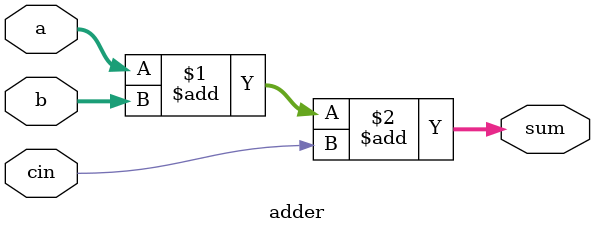
<source format=v>
`timescale 1ns/1ps 

module Booth_Multiplier_4bit(clk, rst_n, start, a, b, p);
input clk;
input rst_n; 
input start;
input signed [3:0] a, b;
output reg signed [7:0] p;
wire [3:0] a_comp;
wire [3:0] addition, substraction;
reg [2-1:0] state, next_state;
reg [7:0] next_p;
reg [8:0] next_result, result;
reg [2-1:0] counter, next_counter;
reg signed [3:0] input_a, input_b;
parameter WAIT = 2'b00;
parameter CAL = 2'b01;
parameter FINISH = 2'b10;
assign a_comp[0] = ~ input_a[0];
assign a_comp[1] = ~ input_a[1];
assign a_comp[2] = ~ input_a[2];
assign a_comp[3] = ~ input_a[3];

adder a0(result[8:5], input_a, 1'b0, addition);
adder a1(result[8:5], a_comp, 1'b1, substraction);
always @(posedge clk) begin
    if(!rst_n)begin
        state <= WAIT;
        p <= 8'd0;
        counter <= 2'b00;
        result <= 9'd0;
    end

    else begin
        state <= next_state;
        p <= next_p;
        counter <= next_counter;
        result <= next_result;
    end
end

always @(*)begin
    case (state)
        WAIT:begin
            if(start)
                next_state = CAL;
            else 
                next_state = WAIT;
            next_result = {4'b0000, b, 1'b0};
            input_a = a;
            input_b = b;
            next_p = 8'd0;
            next_counter = 2'b00;
        end
        CAL:begin
            if(counter == 2'b11)begin
                next_counter = 2'b00;
                next_state = FINISH;
                case(result[1:0])
                2'b00:begin
                    next_p = {result[8], result[8:2]};
                end
                2'b01:begin
                    next_p = {addition[3], addition, result[4:2]};
                end
                2'b10:begin
                    
                    next_p = {substraction[3], substraction, result[4:2]};
                end
                default:begin
                    next_p = {result[8], result[8:2]};
                end
                endcase
            end

            else begin
                next_counter = counter + 2'b01;
                next_state = CAL;
                next_p = 8'd0;
            end

            case(result[1:0])
                2'b00:begin
                    next_result = {result[8], result[8:1]};
                end
                2'b01:begin
                    next_result = {addition[3], addition, result[4:1]};
                end
                2'b10:begin
                    
                    next_result = {substraction[3], substraction, result[4:1]};
                end
                default:begin
                    next_result = {result[8], result[8:1]};
                end

            endcase


        end
        FINISH:begin
            if(counter >= 2'b01)begin
                next_counter = 2'b00;
                next_state = WAIT;
                next_p = 8'd0;
            end

            else begin
                next_counter = counter + 2'b01;
                next_state = FINISH;
                next_p = result[8:1];
            end
            next_result = result;

        end 
        default:begin
            if(start)
                next_state = CAL;
            else 
                next_state = WAIT;
            next_result = {4'b0000, b, 1'b0};
            input_a = a;
            input_b = b;
            next_p = 8'd0;
            next_counter = 2'b00;
        end
    endcase

end
endmodule


module adder(a, b, cin, sum);
input [3:0] a, b;
input cin;
output [3:0] sum;

assign sum = a + b + cin;


endmodule



</source>
